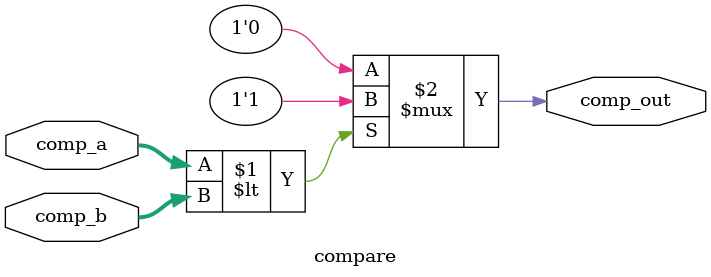
<source format=v>
`timescale	1ns/1ps

module	compare(comp_out, comp_a, comp_b)	;

output	comp_out	;
wire	comp_out	;

input	[19:0]	comp_a, comp_b	;
wire	[19:0]	comp_a, comp_b	;


assign	comp_out = (comp_a < comp_b) ? 1'b1 : 1'b0	;

endmodule



</source>
